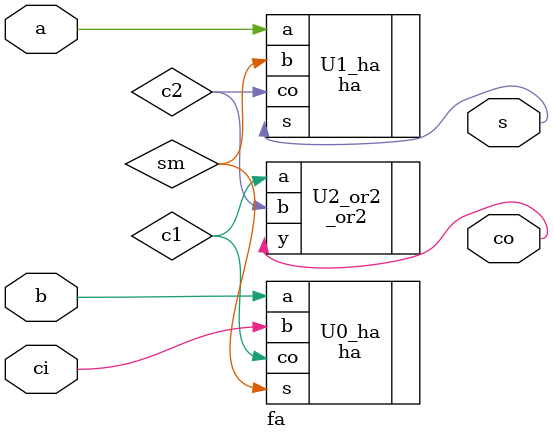
<source format=v>
module fa(a,b,ci,s,co); 		// full adder
input a,b,ci;
output s,co;
wire c1,c2,sm;
  ha U0_ha(.a(b), .b(ci), .s(sm), .co(c1));		// half adder
  ha U1_ha(.a(a), .b(sm), .s(s), .co(c2));		// half adder
  _or2 U2_or2(.a(c1), .b(c2), .y(co)); 			// or gate
endmodule

</source>
